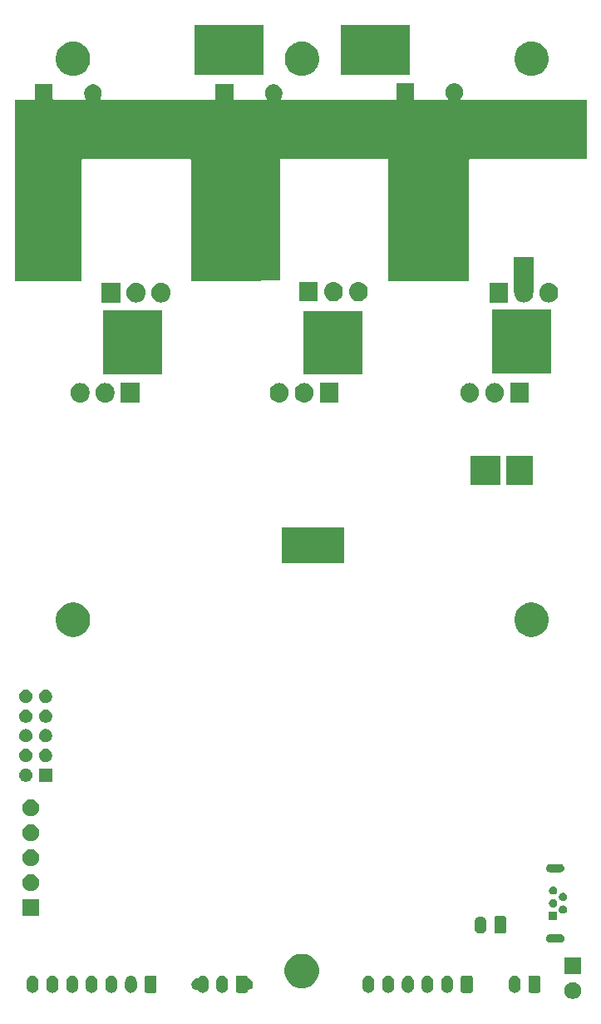
<source format=gbr>
G04 #@! TF.GenerationSoftware,KiCad,Pcbnew,(5.1.5-0-10_14)*
G04 #@! TF.CreationDate,2021-06-26T15:47:57+02:00*
G04 #@! TF.ProjectId,Cheap FOCer 2 60mm,43686561-7020-4464-9f43-657220322036,1.0*
G04 #@! TF.SameCoordinates,PX6979f40PYa1135a0*
G04 #@! TF.FileFunction,Soldermask,Bot*
G04 #@! TF.FilePolarity,Negative*
%FSLAX46Y46*%
G04 Gerber Fmt 4.6, Leading zero omitted, Abs format (unit mm)*
G04 Created by KiCad (PCBNEW (5.1.5-0-10_14)) date 2021-06-26 15:47:57*
%MOMM*%
%LPD*%
G04 APERTURE LIST*
%ADD10C,0.150000*%
G04 APERTURE END LIST*
D10*
G36*
X57347935Y2277336D02*
G01*
X57502624Y2213261D01*
X57502626Y2213260D01*
X57641844Y2120238D01*
X57760238Y2001844D01*
X57828842Y1899170D01*
X57853261Y1862624D01*
X57917336Y1707935D01*
X57950000Y1543719D01*
X57950000Y1376281D01*
X57917336Y1212065D01*
X57853261Y1057376D01*
X57853260Y1057374D01*
X57760238Y918156D01*
X57641844Y799762D01*
X57502626Y706740D01*
X57502625Y706739D01*
X57502624Y706739D01*
X57347935Y642664D01*
X57183719Y610000D01*
X57016281Y610000D01*
X56852065Y642664D01*
X56697376Y706739D01*
X56697375Y706739D01*
X56697374Y706740D01*
X56558156Y799762D01*
X56439762Y918156D01*
X56346740Y1057374D01*
X56346739Y1057376D01*
X56282664Y1212065D01*
X56250000Y1376281D01*
X56250000Y1543719D01*
X56282664Y1707935D01*
X56346739Y1862624D01*
X56371158Y1899170D01*
X56439762Y2001844D01*
X56558156Y2120238D01*
X56697374Y2213260D01*
X56697376Y2213261D01*
X56852065Y2277336D01*
X57016281Y2310000D01*
X57183719Y2310000D01*
X57347935Y2277336D01*
G37*
G36*
X51317621Y2966318D02*
G01*
X51430721Y2932010D01*
X51534955Y2876296D01*
X51626317Y2801317D01*
X51701296Y2709955D01*
X51757010Y2605721D01*
X51791318Y2492621D01*
X51800000Y2404474D01*
X51800000Y1795526D01*
X51791318Y1707379D01*
X51757010Y1594279D01*
X51701296Y1490045D01*
X51626317Y1398683D01*
X51534954Y1323704D01*
X51430720Y1267990D01*
X51317620Y1233682D01*
X51200000Y1222097D01*
X51082379Y1233682D01*
X50969279Y1267990D01*
X50865045Y1323704D01*
X50773683Y1398683D01*
X50698704Y1490046D01*
X50642990Y1594280D01*
X50608682Y1707380D01*
X50600000Y1795527D01*
X50600000Y2404474D01*
X50608682Y2492621D01*
X50642990Y2605721D01*
X50698705Y2709955D01*
X50773684Y2801317D01*
X50865046Y2876296D01*
X50969280Y2932010D01*
X51082380Y2966318D01*
X51200000Y2977903D01*
X51317621Y2966318D01*
G37*
G36*
X21517621Y2966318D02*
G01*
X21630721Y2932010D01*
X21734955Y2876296D01*
X21826317Y2801317D01*
X21901296Y2709955D01*
X21957010Y2605721D01*
X21991318Y2492621D01*
X22000000Y2404474D01*
X22000000Y1795526D01*
X21991318Y1707379D01*
X21957010Y1594279D01*
X21901296Y1490045D01*
X21826317Y1398683D01*
X21734954Y1323704D01*
X21630720Y1267990D01*
X21517620Y1233682D01*
X21400000Y1222097D01*
X21282379Y1233682D01*
X21169279Y1267990D01*
X21065045Y1323704D01*
X20973683Y1398683D01*
X20898704Y1490046D01*
X20842990Y1594280D01*
X20808682Y1707380D01*
X20800000Y1795527D01*
X20800000Y2404474D01*
X20808682Y2492621D01*
X20842990Y2605721D01*
X20898705Y2709955D01*
X20973684Y2801317D01*
X21065046Y2876296D01*
X21169280Y2932010D01*
X21282380Y2966318D01*
X21400000Y2977903D01*
X21517621Y2966318D01*
G37*
G36*
X19517621Y2966318D02*
G01*
X19630721Y2932010D01*
X19734955Y2876296D01*
X19826317Y2801317D01*
X19901296Y2709955D01*
X19957010Y2605721D01*
X19991318Y2492621D01*
X20000000Y2404474D01*
X20000000Y1795526D01*
X19991318Y1707379D01*
X19957010Y1594279D01*
X19901296Y1490045D01*
X19826317Y1398683D01*
X19734954Y1323704D01*
X19630720Y1267990D01*
X19517620Y1233682D01*
X19400000Y1222097D01*
X19282379Y1233682D01*
X19169279Y1267990D01*
X19065045Y1323704D01*
X18973683Y1398683D01*
X18928034Y1454307D01*
X18910715Y1471626D01*
X18890341Y1485240D01*
X18867702Y1494617D01*
X18843669Y1499398D01*
X18831416Y1500000D01*
X18800904Y1500000D01*
X18684987Y1523057D01*
X18575794Y1568286D01*
X18477523Y1633949D01*
X18393949Y1717523D01*
X18328286Y1815794D01*
X18283057Y1924987D01*
X18260000Y2040904D01*
X18260000Y2159096D01*
X18283057Y2275013D01*
X18328286Y2384206D01*
X18393949Y2482477D01*
X18477523Y2566051D01*
X18575794Y2631714D01*
X18684987Y2676943D01*
X18800904Y2700000D01*
X18831416Y2700000D01*
X18855802Y2702402D01*
X18879251Y2709515D01*
X18900862Y2721066D01*
X18919804Y2736611D01*
X18928032Y2745690D01*
X18973684Y2801317D01*
X19065046Y2876296D01*
X19169280Y2932010D01*
X19282380Y2966318D01*
X19400000Y2977903D01*
X19517621Y2966318D01*
G37*
G36*
X2217621Y2966318D02*
G01*
X2330721Y2932010D01*
X2434955Y2876296D01*
X2526317Y2801317D01*
X2601296Y2709955D01*
X2657010Y2605721D01*
X2691318Y2492621D01*
X2700000Y2404474D01*
X2700000Y1795526D01*
X2691318Y1707379D01*
X2657010Y1594279D01*
X2601296Y1490045D01*
X2526317Y1398683D01*
X2434954Y1323704D01*
X2330720Y1267990D01*
X2217620Y1233682D01*
X2100000Y1222097D01*
X1982379Y1233682D01*
X1869279Y1267990D01*
X1765045Y1323704D01*
X1673683Y1398683D01*
X1598704Y1490046D01*
X1542990Y1594280D01*
X1508682Y1707380D01*
X1500000Y1795527D01*
X1500000Y2404474D01*
X1508682Y2492621D01*
X1542990Y2605721D01*
X1598705Y2709955D01*
X1673684Y2801317D01*
X1765046Y2876296D01*
X1869280Y2932010D01*
X1982380Y2966318D01*
X2100000Y2977903D01*
X2217621Y2966318D01*
G37*
G36*
X4217621Y2966318D02*
G01*
X4330721Y2932010D01*
X4434955Y2876296D01*
X4526317Y2801317D01*
X4601296Y2709955D01*
X4657010Y2605721D01*
X4691318Y2492621D01*
X4700000Y2404474D01*
X4700000Y1795526D01*
X4691318Y1707379D01*
X4657010Y1594279D01*
X4601296Y1490045D01*
X4526317Y1398683D01*
X4434954Y1323704D01*
X4330720Y1267990D01*
X4217620Y1233682D01*
X4100000Y1222097D01*
X3982379Y1233682D01*
X3869279Y1267990D01*
X3765045Y1323704D01*
X3673683Y1398683D01*
X3598704Y1490046D01*
X3542990Y1594280D01*
X3508682Y1707380D01*
X3500000Y1795527D01*
X3500000Y2404474D01*
X3508682Y2492621D01*
X3542990Y2605721D01*
X3598705Y2709955D01*
X3673684Y2801317D01*
X3765046Y2876296D01*
X3869280Y2932010D01*
X3982380Y2966318D01*
X4100000Y2977903D01*
X4217621Y2966318D01*
G37*
G36*
X6217621Y2966318D02*
G01*
X6330721Y2932010D01*
X6434955Y2876296D01*
X6526317Y2801317D01*
X6601296Y2709955D01*
X6657010Y2605721D01*
X6691318Y2492621D01*
X6700000Y2404474D01*
X6700000Y1795526D01*
X6691318Y1707379D01*
X6657010Y1594279D01*
X6601296Y1490045D01*
X6526317Y1398683D01*
X6434954Y1323704D01*
X6330720Y1267990D01*
X6217620Y1233682D01*
X6100000Y1222097D01*
X5982379Y1233682D01*
X5869279Y1267990D01*
X5765045Y1323704D01*
X5673683Y1398683D01*
X5598704Y1490046D01*
X5542990Y1594280D01*
X5508682Y1707380D01*
X5500000Y1795527D01*
X5500000Y2404474D01*
X5508682Y2492621D01*
X5542990Y2605721D01*
X5598705Y2709955D01*
X5673684Y2801317D01*
X5765046Y2876296D01*
X5869280Y2932010D01*
X5982380Y2966318D01*
X6100000Y2977903D01*
X6217621Y2966318D01*
G37*
G36*
X8217621Y2966318D02*
G01*
X8330721Y2932010D01*
X8434955Y2876296D01*
X8526317Y2801317D01*
X8601296Y2709955D01*
X8657010Y2605721D01*
X8691318Y2492621D01*
X8700000Y2404474D01*
X8700000Y1795526D01*
X8691318Y1707379D01*
X8657010Y1594279D01*
X8601296Y1490045D01*
X8526317Y1398683D01*
X8434954Y1323704D01*
X8330720Y1267990D01*
X8217620Y1233682D01*
X8100000Y1222097D01*
X7982379Y1233682D01*
X7869279Y1267990D01*
X7765045Y1323704D01*
X7673683Y1398683D01*
X7598704Y1490046D01*
X7542990Y1594280D01*
X7508682Y1707380D01*
X7500000Y1795527D01*
X7500000Y2404474D01*
X7508682Y2492621D01*
X7542990Y2605721D01*
X7598705Y2709955D01*
X7673684Y2801317D01*
X7765046Y2876296D01*
X7869280Y2932010D01*
X7982380Y2966318D01*
X8100000Y2977903D01*
X8217621Y2966318D01*
G37*
G36*
X10217621Y2966318D02*
G01*
X10330721Y2932010D01*
X10434955Y2876296D01*
X10526317Y2801317D01*
X10601296Y2709955D01*
X10657010Y2605721D01*
X10691318Y2492621D01*
X10700000Y2404474D01*
X10700000Y1795526D01*
X10691318Y1707379D01*
X10657010Y1594279D01*
X10601296Y1490045D01*
X10526317Y1398683D01*
X10434954Y1323704D01*
X10330720Y1267990D01*
X10217620Y1233682D01*
X10100000Y1222097D01*
X9982379Y1233682D01*
X9869279Y1267990D01*
X9765045Y1323704D01*
X9673683Y1398683D01*
X9598704Y1490046D01*
X9542990Y1594280D01*
X9508682Y1707380D01*
X9500000Y1795527D01*
X9500000Y2404474D01*
X9508682Y2492621D01*
X9542990Y2605721D01*
X9598705Y2709955D01*
X9673684Y2801317D01*
X9765046Y2876296D01*
X9869280Y2932010D01*
X9982380Y2966318D01*
X10100000Y2977903D01*
X10217621Y2966318D01*
G37*
G36*
X12217621Y2966318D02*
G01*
X12330721Y2932010D01*
X12434955Y2876296D01*
X12526317Y2801317D01*
X12601296Y2709955D01*
X12657010Y2605721D01*
X12691318Y2492621D01*
X12700000Y2404474D01*
X12700000Y1795526D01*
X12691318Y1707379D01*
X12657010Y1594279D01*
X12601296Y1490045D01*
X12526317Y1398683D01*
X12434954Y1323704D01*
X12330720Y1267990D01*
X12217620Y1233682D01*
X12100000Y1222097D01*
X11982379Y1233682D01*
X11869279Y1267990D01*
X11765045Y1323704D01*
X11673683Y1398683D01*
X11598704Y1490046D01*
X11542990Y1594280D01*
X11508682Y1707380D01*
X11500000Y1795527D01*
X11500000Y2404474D01*
X11508682Y2492621D01*
X11542990Y2605721D01*
X11598705Y2709955D01*
X11673684Y2801317D01*
X11765046Y2876296D01*
X11869280Y2932010D01*
X11982380Y2966318D01*
X12100000Y2977903D01*
X12217621Y2966318D01*
G37*
G36*
X44417621Y2966318D02*
G01*
X44530721Y2932010D01*
X44634955Y2876296D01*
X44726317Y2801317D01*
X44801296Y2709955D01*
X44857010Y2605721D01*
X44891318Y2492621D01*
X44900000Y2404474D01*
X44900000Y1795526D01*
X44891318Y1707379D01*
X44857010Y1594279D01*
X44801296Y1490045D01*
X44726317Y1398683D01*
X44634954Y1323704D01*
X44530720Y1267990D01*
X44417620Y1233682D01*
X44300000Y1222097D01*
X44182379Y1233682D01*
X44069279Y1267990D01*
X43965045Y1323704D01*
X43873683Y1398683D01*
X43798704Y1490046D01*
X43742990Y1594280D01*
X43708682Y1707380D01*
X43700000Y1795527D01*
X43700000Y2404474D01*
X43708682Y2492621D01*
X43742990Y2605721D01*
X43798705Y2709955D01*
X43873684Y2801317D01*
X43965046Y2876296D01*
X44069280Y2932010D01*
X44182380Y2966318D01*
X44300000Y2977903D01*
X44417621Y2966318D01*
G37*
G36*
X42417621Y2966318D02*
G01*
X42530721Y2932010D01*
X42634955Y2876296D01*
X42726317Y2801317D01*
X42801296Y2709955D01*
X42857010Y2605721D01*
X42891318Y2492621D01*
X42900000Y2404474D01*
X42900000Y1795526D01*
X42891318Y1707379D01*
X42857010Y1594279D01*
X42801296Y1490045D01*
X42726317Y1398683D01*
X42634954Y1323704D01*
X42530720Y1267990D01*
X42417620Y1233682D01*
X42300000Y1222097D01*
X42182379Y1233682D01*
X42069279Y1267990D01*
X41965045Y1323704D01*
X41873683Y1398683D01*
X41798704Y1490046D01*
X41742990Y1594280D01*
X41708682Y1707380D01*
X41700000Y1795527D01*
X41700000Y2404474D01*
X41708682Y2492621D01*
X41742990Y2605721D01*
X41798705Y2709955D01*
X41873684Y2801317D01*
X41965046Y2876296D01*
X42069280Y2932010D01*
X42182380Y2966318D01*
X42300000Y2977903D01*
X42417621Y2966318D01*
G37*
G36*
X40417621Y2966318D02*
G01*
X40530721Y2932010D01*
X40634955Y2876296D01*
X40726317Y2801317D01*
X40801296Y2709955D01*
X40857010Y2605721D01*
X40891318Y2492621D01*
X40900000Y2404474D01*
X40900000Y1795526D01*
X40891318Y1707379D01*
X40857010Y1594279D01*
X40801296Y1490045D01*
X40726317Y1398683D01*
X40634954Y1323704D01*
X40530720Y1267990D01*
X40417620Y1233682D01*
X40300000Y1222097D01*
X40182379Y1233682D01*
X40069279Y1267990D01*
X39965045Y1323704D01*
X39873683Y1398683D01*
X39798704Y1490046D01*
X39742990Y1594280D01*
X39708682Y1707380D01*
X39700000Y1795527D01*
X39700000Y2404474D01*
X39708682Y2492621D01*
X39742990Y2605721D01*
X39798705Y2709955D01*
X39873684Y2801317D01*
X39965046Y2876296D01*
X40069280Y2932010D01*
X40182380Y2966318D01*
X40300000Y2977903D01*
X40417621Y2966318D01*
G37*
G36*
X38417621Y2966318D02*
G01*
X38530721Y2932010D01*
X38634955Y2876296D01*
X38726317Y2801317D01*
X38801296Y2709955D01*
X38857010Y2605721D01*
X38891318Y2492621D01*
X38900000Y2404474D01*
X38900000Y1795526D01*
X38891318Y1707379D01*
X38857010Y1594279D01*
X38801296Y1490045D01*
X38726317Y1398683D01*
X38634954Y1323704D01*
X38530720Y1267990D01*
X38417620Y1233682D01*
X38300000Y1222097D01*
X38182379Y1233682D01*
X38069279Y1267990D01*
X37965045Y1323704D01*
X37873683Y1398683D01*
X37798704Y1490046D01*
X37742990Y1594280D01*
X37708682Y1707380D01*
X37700000Y1795527D01*
X37700000Y2404474D01*
X37708682Y2492621D01*
X37742990Y2605721D01*
X37798705Y2709955D01*
X37873684Y2801317D01*
X37965046Y2876296D01*
X38069280Y2932010D01*
X38182380Y2966318D01*
X38300000Y2977903D01*
X38417621Y2966318D01*
G37*
G36*
X36417621Y2966318D02*
G01*
X36530721Y2932010D01*
X36634955Y2876296D01*
X36726317Y2801317D01*
X36801296Y2709955D01*
X36857010Y2605721D01*
X36891318Y2492621D01*
X36900000Y2404474D01*
X36900000Y1795526D01*
X36891318Y1707379D01*
X36857010Y1594279D01*
X36801296Y1490045D01*
X36726317Y1398683D01*
X36634954Y1323704D01*
X36530720Y1267990D01*
X36417620Y1233682D01*
X36300000Y1222097D01*
X36182379Y1233682D01*
X36069279Y1267990D01*
X35965045Y1323704D01*
X35873683Y1398683D01*
X35798704Y1490046D01*
X35742990Y1594280D01*
X35708682Y1707380D01*
X35700000Y1795527D01*
X35700000Y2404474D01*
X35708682Y2492621D01*
X35742990Y2605721D01*
X35798705Y2709955D01*
X35873684Y2801317D01*
X35965046Y2876296D01*
X36069280Y2932010D01*
X36182380Y2966318D01*
X36300000Y2977903D01*
X36417621Y2966318D01*
G37*
G36*
X23857345Y2971005D02*
G01*
X23890451Y2960962D01*
X23920964Y2944653D01*
X23947706Y2922706D01*
X23969653Y2895964D01*
X23985962Y2865451D01*
X23996005Y2832345D01*
X24000151Y2790243D01*
X24004931Y2766210D01*
X24014308Y2743571D01*
X24027922Y2723197D01*
X24045248Y2705869D01*
X24065623Y2692255D01*
X24088261Y2682878D01*
X24100162Y2679897D01*
X24115012Y2676943D01*
X24224206Y2631714D01*
X24322477Y2566051D01*
X24406051Y2482477D01*
X24471714Y2384206D01*
X24516943Y2275013D01*
X24540000Y2159096D01*
X24540000Y2040904D01*
X24516943Y1924987D01*
X24471714Y1815794D01*
X24406051Y1717523D01*
X24322477Y1633949D01*
X24224206Y1568286D01*
X24115012Y1523057D01*
X24100162Y1520103D01*
X24076713Y1512990D01*
X24055102Y1501439D01*
X24036160Y1485893D01*
X24020615Y1466951D01*
X24009064Y1445341D01*
X24001951Y1421892D01*
X24000151Y1409757D01*
X23996005Y1367655D01*
X23985962Y1334549D01*
X23969653Y1304036D01*
X23947706Y1277294D01*
X23920964Y1255347D01*
X23890451Y1239038D01*
X23857345Y1228995D01*
X23816779Y1225000D01*
X22983221Y1225000D01*
X22942655Y1228995D01*
X22909549Y1239038D01*
X22879036Y1255347D01*
X22852294Y1277294D01*
X22830347Y1304036D01*
X22814038Y1334549D01*
X22803995Y1367655D01*
X22800000Y1408221D01*
X22800000Y2791779D01*
X22803995Y2832345D01*
X22814038Y2865451D01*
X22830347Y2895964D01*
X22852294Y2922706D01*
X22879036Y2944653D01*
X22909549Y2960962D01*
X22942655Y2971005D01*
X22983221Y2975000D01*
X23816779Y2975000D01*
X23857345Y2971005D01*
G37*
G36*
X14557345Y2971005D02*
G01*
X14590451Y2960962D01*
X14620964Y2944653D01*
X14647706Y2922706D01*
X14669653Y2895964D01*
X14685962Y2865451D01*
X14696005Y2832345D01*
X14700000Y2791779D01*
X14700000Y1408221D01*
X14696005Y1367655D01*
X14685962Y1334549D01*
X14669653Y1304036D01*
X14647706Y1277294D01*
X14620964Y1255347D01*
X14590451Y1239038D01*
X14557345Y1228995D01*
X14516779Y1225000D01*
X13683221Y1225000D01*
X13642655Y1228995D01*
X13609549Y1239038D01*
X13579036Y1255347D01*
X13552294Y1277294D01*
X13530347Y1304036D01*
X13514038Y1334549D01*
X13503995Y1367655D01*
X13500000Y1408221D01*
X13500000Y2791779D01*
X13503995Y2832345D01*
X13514038Y2865451D01*
X13530347Y2895964D01*
X13552294Y2922706D01*
X13579036Y2944653D01*
X13609549Y2960962D01*
X13642655Y2971005D01*
X13683221Y2975000D01*
X14516779Y2975000D01*
X14557345Y2971005D01*
G37*
G36*
X46757345Y2971005D02*
G01*
X46790451Y2960962D01*
X46820964Y2944653D01*
X46847706Y2922706D01*
X46869653Y2895964D01*
X46885962Y2865451D01*
X46896005Y2832345D01*
X46900000Y2791779D01*
X46900000Y1408221D01*
X46896005Y1367655D01*
X46885962Y1334549D01*
X46869653Y1304036D01*
X46847706Y1277294D01*
X46820964Y1255347D01*
X46790451Y1239038D01*
X46757345Y1228995D01*
X46716779Y1225000D01*
X45883221Y1225000D01*
X45842655Y1228995D01*
X45809549Y1239038D01*
X45779036Y1255347D01*
X45752294Y1277294D01*
X45730347Y1304036D01*
X45714038Y1334549D01*
X45703995Y1367655D01*
X45700000Y1408221D01*
X45700000Y2791779D01*
X45703995Y2832345D01*
X45714038Y2865451D01*
X45730347Y2895964D01*
X45752294Y2922706D01*
X45779036Y2944653D01*
X45809549Y2960962D01*
X45842655Y2971005D01*
X45883221Y2975000D01*
X46716779Y2975000D01*
X46757345Y2971005D01*
G37*
G36*
X53657345Y2971005D02*
G01*
X53690451Y2960962D01*
X53720964Y2944653D01*
X53747706Y2922706D01*
X53769653Y2895964D01*
X53785962Y2865451D01*
X53796005Y2832345D01*
X53800000Y2791779D01*
X53800000Y1408221D01*
X53796005Y1367655D01*
X53785962Y1334549D01*
X53769653Y1304036D01*
X53747706Y1277294D01*
X53720964Y1255347D01*
X53690451Y1239038D01*
X53657345Y1228995D01*
X53616779Y1225000D01*
X52783221Y1225000D01*
X52742655Y1228995D01*
X52709549Y1239038D01*
X52679036Y1255347D01*
X52652294Y1277294D01*
X52630347Y1304036D01*
X52614038Y1334549D01*
X52603995Y1367655D01*
X52600000Y1408221D01*
X52600000Y2791779D01*
X52603995Y2832345D01*
X52614038Y2865451D01*
X52630347Y2895964D01*
X52652294Y2922706D01*
X52679036Y2944653D01*
X52709549Y2960962D01*
X52742655Y2971005D01*
X52783221Y2975000D01*
X53616779Y2975000D01*
X53657345Y2971005D01*
G37*
G36*
X29841408Y5166374D02*
G01*
X30010456Y5132749D01*
X30328936Y5000830D01*
X30615560Y4809314D01*
X30859314Y4565560D01*
X31050830Y4278936D01*
X31182749Y3960456D01*
X31250000Y3622360D01*
X31250000Y3277640D01*
X31182749Y2939544D01*
X31050830Y2621064D01*
X30859314Y2334440D01*
X30615560Y2090686D01*
X30328936Y1899170D01*
X30010456Y1767251D01*
X29841408Y1733626D01*
X29672361Y1700000D01*
X29327639Y1700000D01*
X29158592Y1733626D01*
X28989544Y1767251D01*
X28671064Y1899170D01*
X28384440Y2090686D01*
X28140686Y2334440D01*
X27949170Y2621064D01*
X27817251Y2939544D01*
X27750000Y3277640D01*
X27750000Y3622360D01*
X27817251Y3960456D01*
X27949170Y4278936D01*
X28140686Y4565560D01*
X28384440Y4809314D01*
X28671064Y5000830D01*
X28989544Y5132749D01*
X29158592Y5166374D01*
X29327639Y5200000D01*
X29672361Y5200000D01*
X29841408Y5166374D01*
G37*
G36*
X57950000Y3150000D02*
G01*
X56250000Y3150000D01*
X56250000Y4850000D01*
X57950000Y4850000D01*
X57950000Y3150000D01*
G37*
G36*
X55903316Y7193851D02*
G01*
X55983427Y7169549D01*
X56052492Y7132632D01*
X56057260Y7130084D01*
X56074117Y7116250D01*
X56121975Y7076975D01*
X56161250Y7029117D01*
X56175084Y7012260D01*
X56175085Y7012258D01*
X56214549Y6938427D01*
X56238851Y6858316D01*
X56247056Y6775000D01*
X56238851Y6691684D01*
X56214549Y6611573D01*
X56177632Y6542508D01*
X56175084Y6537740D01*
X56161250Y6520883D01*
X56121975Y6473025D01*
X56074117Y6433750D01*
X56057260Y6419916D01*
X56057258Y6419915D01*
X55983427Y6380451D01*
X55903316Y6356149D01*
X55840878Y6350000D01*
X54799122Y6350000D01*
X54736684Y6356149D01*
X54656573Y6380451D01*
X54582742Y6419915D01*
X54582740Y6419916D01*
X54565883Y6433750D01*
X54518025Y6473025D01*
X54478750Y6520883D01*
X54464916Y6537740D01*
X54462368Y6542508D01*
X54425451Y6611573D01*
X54401149Y6691684D01*
X54392944Y6775000D01*
X54401149Y6858316D01*
X54425451Y6938427D01*
X54464915Y7012258D01*
X54464916Y7012260D01*
X54478750Y7029117D01*
X54518025Y7076975D01*
X54565883Y7116250D01*
X54582740Y7130084D01*
X54587508Y7132632D01*
X54656573Y7169549D01*
X54736684Y7193851D01*
X54799122Y7200000D01*
X55840878Y7200000D01*
X55903316Y7193851D01*
G37*
G36*
X47817621Y9016318D02*
G01*
X47930721Y8982010D01*
X48034955Y8926296D01*
X48126317Y8851317D01*
X48201296Y8759955D01*
X48257010Y8655721D01*
X48291318Y8542621D01*
X48300000Y8454474D01*
X48300000Y7845526D01*
X48291318Y7757379D01*
X48257010Y7644279D01*
X48201296Y7540045D01*
X48126317Y7448683D01*
X48034954Y7373704D01*
X47930720Y7317990D01*
X47817620Y7283682D01*
X47700000Y7272097D01*
X47582379Y7283682D01*
X47469279Y7317990D01*
X47365045Y7373704D01*
X47273683Y7448683D01*
X47198704Y7540046D01*
X47142990Y7644280D01*
X47108682Y7757380D01*
X47100000Y7845527D01*
X47100000Y8454474D01*
X47108682Y8542621D01*
X47142990Y8655721D01*
X47198705Y8759955D01*
X47273684Y8851317D01*
X47365046Y8926296D01*
X47469280Y8982010D01*
X47582380Y9016318D01*
X47700000Y9027903D01*
X47817621Y9016318D01*
G37*
G36*
X50157345Y9021005D02*
G01*
X50190451Y9010962D01*
X50220964Y8994653D01*
X50247706Y8972706D01*
X50269653Y8945964D01*
X50285962Y8915451D01*
X50296005Y8882345D01*
X50300000Y8841779D01*
X50300000Y7458221D01*
X50296005Y7417655D01*
X50285962Y7384549D01*
X50269653Y7354036D01*
X50247706Y7327294D01*
X50220964Y7305347D01*
X50190451Y7289038D01*
X50157345Y7278995D01*
X50116779Y7275000D01*
X49283221Y7275000D01*
X49242655Y7278995D01*
X49209549Y7289038D01*
X49179036Y7305347D01*
X49152294Y7327294D01*
X49130347Y7354036D01*
X49114038Y7384549D01*
X49103995Y7417655D01*
X49100000Y7458221D01*
X49100000Y8841779D01*
X49103995Y8882345D01*
X49114038Y8915451D01*
X49130347Y8945964D01*
X49152294Y8972706D01*
X49179036Y8994653D01*
X49209549Y9010962D01*
X49242655Y9021005D01*
X49283221Y9025000D01*
X50116779Y9025000D01*
X50157345Y9021005D01*
G37*
G36*
X55541066Y9469431D02*
G01*
X55529515Y9447820D01*
X55522402Y9424371D01*
X55520000Y9399985D01*
X55520000Y8630000D01*
X54680000Y8630000D01*
X54680000Y9470000D01*
X55541533Y9470000D01*
X55541066Y9469431D01*
G37*
G36*
X2750000Y9050000D02*
G01*
X1050000Y9050000D01*
X1050000Y10750000D01*
X2750000Y10750000D01*
X2750000Y9050000D01*
G37*
G36*
X56222509Y10103860D02*
G01*
X56298943Y10072200D01*
X56298945Y10072199D01*
X56333573Y10049061D01*
X56367733Y10026236D01*
X56426236Y9967733D01*
X56472200Y9898943D01*
X56503860Y9822509D01*
X56520000Y9741368D01*
X56520000Y9658632D01*
X56503860Y9577491D01*
X56473385Y9503918D01*
X56472199Y9501055D01*
X56426235Y9432266D01*
X56367734Y9373765D01*
X56298945Y9327801D01*
X56298944Y9327800D01*
X56298943Y9327800D01*
X56222509Y9296140D01*
X56141368Y9280000D01*
X56058632Y9280000D01*
X55977491Y9296140D01*
X55901057Y9327800D01*
X55901056Y9327800D01*
X55901055Y9327801D01*
X55832266Y9373765D01*
X55773765Y9432266D01*
X55748931Y9469432D01*
X55733387Y9488373D01*
X55714445Y9503918D01*
X55692834Y9515469D01*
X55669385Y9522582D01*
X55666905Y9522826D01*
X55669143Y9525553D01*
X55680694Y9547164D01*
X55687807Y9570613D01*
X55690209Y9594999D01*
X55687807Y9619386D01*
X55680000Y9658634D01*
X55680000Y9741368D01*
X55696140Y9822509D01*
X55727800Y9898943D01*
X55773764Y9967733D01*
X55832267Y10026236D01*
X55866427Y10049061D01*
X55901055Y10072199D01*
X55901057Y10072200D01*
X55977491Y10103860D01*
X56058632Y10120000D01*
X56141368Y10120000D01*
X56222509Y10103860D01*
G37*
G36*
X55222509Y10753860D02*
G01*
X55298943Y10722200D01*
X55298945Y10722199D01*
X55333573Y10699061D01*
X55367733Y10676236D01*
X55426236Y10617733D01*
X55472200Y10548943D01*
X55503860Y10472509D01*
X55520000Y10391368D01*
X55520000Y10308632D01*
X55503860Y10227491D01*
X55472200Y10151057D01*
X55472199Y10151055D01*
X55426235Y10082266D01*
X55367734Y10023765D01*
X55298945Y9977801D01*
X55298944Y9977800D01*
X55298943Y9977800D01*
X55222509Y9946140D01*
X55141368Y9930000D01*
X55058632Y9930000D01*
X54977491Y9946140D01*
X54901057Y9977800D01*
X54901056Y9977800D01*
X54901055Y9977801D01*
X54832266Y10023765D01*
X54773765Y10082266D01*
X54727801Y10151055D01*
X54727800Y10151057D01*
X54696140Y10227491D01*
X54680000Y10308632D01*
X54680000Y10391368D01*
X54696140Y10472509D01*
X54727800Y10548943D01*
X54773764Y10617733D01*
X54832267Y10676236D01*
X54866427Y10699061D01*
X54901055Y10722199D01*
X54901057Y10722200D01*
X54977491Y10753860D01*
X55058632Y10770000D01*
X55141368Y10770000D01*
X55222509Y10753860D01*
G37*
G36*
X56222509Y11403860D02*
G01*
X56298943Y11372200D01*
X56298945Y11372199D01*
X56333573Y11349061D01*
X56367733Y11326236D01*
X56426236Y11267733D01*
X56472200Y11198943D01*
X56503860Y11122509D01*
X56520000Y11041368D01*
X56520000Y10958632D01*
X56503860Y10877491D01*
X56472200Y10801057D01*
X56472199Y10801055D01*
X56426235Y10732266D01*
X56367734Y10673765D01*
X56298945Y10627801D01*
X56298944Y10627800D01*
X56298943Y10627800D01*
X56222509Y10596140D01*
X56141368Y10580000D01*
X56058632Y10580000D01*
X55977491Y10596140D01*
X55901057Y10627800D01*
X55901056Y10627800D01*
X55901055Y10627801D01*
X55832266Y10673765D01*
X55773765Y10732266D01*
X55727801Y10801055D01*
X55727800Y10801057D01*
X55696140Y10877491D01*
X55680000Y10958632D01*
X55680000Y11041368D01*
X55696140Y11122509D01*
X55727800Y11198943D01*
X55773764Y11267733D01*
X55832267Y11326236D01*
X55866427Y11349061D01*
X55901055Y11372199D01*
X55901057Y11372200D01*
X55977491Y11403860D01*
X56058632Y11420000D01*
X56141368Y11420000D01*
X56222509Y11403860D01*
G37*
G36*
X55222509Y12053860D02*
G01*
X55298943Y12022200D01*
X55298945Y12022199D01*
X55333573Y11999061D01*
X55367733Y11976236D01*
X55426236Y11917733D01*
X55472200Y11848943D01*
X55503860Y11772509D01*
X55520000Y11691368D01*
X55520000Y11608632D01*
X55503860Y11527491D01*
X55472200Y11451057D01*
X55472199Y11451055D01*
X55426235Y11382266D01*
X55367734Y11323765D01*
X55298945Y11277801D01*
X55298944Y11277800D01*
X55298943Y11277800D01*
X55222509Y11246140D01*
X55141368Y11230000D01*
X55058632Y11230000D01*
X54977491Y11246140D01*
X54901057Y11277800D01*
X54901056Y11277800D01*
X54901055Y11277801D01*
X54832266Y11323765D01*
X54773765Y11382266D01*
X54727801Y11451055D01*
X54727800Y11451057D01*
X54696140Y11527491D01*
X54680000Y11608632D01*
X54680000Y11691368D01*
X54696140Y11772509D01*
X54727800Y11848943D01*
X54773764Y11917733D01*
X54832267Y11976236D01*
X54866427Y11999061D01*
X54901055Y12022199D01*
X54901057Y12022200D01*
X54977491Y12053860D01*
X55058632Y12070000D01*
X55141368Y12070000D01*
X55222509Y12053860D01*
G37*
G36*
X2147935Y13257336D02*
G01*
X2302624Y13193261D01*
X2302626Y13193260D01*
X2441844Y13100238D01*
X2560238Y12981844D01*
X2653260Y12842626D01*
X2653261Y12842624D01*
X2717336Y12687935D01*
X2750000Y12523719D01*
X2750000Y12356281D01*
X2717336Y12192065D01*
X2653261Y12037376D01*
X2653260Y12037374D01*
X2560238Y11898156D01*
X2441844Y11779762D01*
X2302626Y11686740D01*
X2302625Y11686739D01*
X2302624Y11686739D01*
X2147935Y11622664D01*
X1983719Y11590000D01*
X1816281Y11590000D01*
X1652065Y11622664D01*
X1497376Y11686739D01*
X1497375Y11686739D01*
X1497374Y11686740D01*
X1358156Y11779762D01*
X1239762Y11898156D01*
X1146740Y12037374D01*
X1146739Y12037376D01*
X1082664Y12192065D01*
X1050000Y12356281D01*
X1050000Y12523719D01*
X1082664Y12687935D01*
X1146739Y12842624D01*
X1146740Y12842626D01*
X1239762Y12981844D01*
X1358156Y13100238D01*
X1497374Y13193260D01*
X1497376Y13193261D01*
X1652065Y13257336D01*
X1816281Y13290000D01*
X1983719Y13290000D01*
X2147935Y13257336D01*
G37*
G36*
X55903316Y14343851D02*
G01*
X55983427Y14319549D01*
X56052492Y14282632D01*
X56057260Y14280084D01*
X56074117Y14266250D01*
X56121975Y14226975D01*
X56161250Y14179117D01*
X56175084Y14162260D01*
X56175085Y14162258D01*
X56214549Y14088427D01*
X56238851Y14008316D01*
X56247056Y13925000D01*
X56238851Y13841684D01*
X56214549Y13761573D01*
X56177632Y13692508D01*
X56175084Y13687740D01*
X56161250Y13670883D01*
X56121975Y13623025D01*
X56074117Y13583750D01*
X56057260Y13569916D01*
X56057258Y13569915D01*
X55983427Y13530451D01*
X55903316Y13506149D01*
X55840878Y13500000D01*
X54799122Y13500000D01*
X54736684Y13506149D01*
X54656573Y13530451D01*
X54582742Y13569915D01*
X54582740Y13569916D01*
X54565883Y13583750D01*
X54518025Y13623025D01*
X54478750Y13670883D01*
X54464916Y13687740D01*
X54462368Y13692508D01*
X54425451Y13761573D01*
X54401149Y13841684D01*
X54392944Y13925000D01*
X54401149Y14008316D01*
X54425451Y14088427D01*
X54464915Y14162258D01*
X54464916Y14162260D01*
X54478750Y14179117D01*
X54518025Y14226975D01*
X54565883Y14266250D01*
X54582740Y14280084D01*
X54587508Y14282632D01*
X54656573Y14319549D01*
X54736684Y14343851D01*
X54799122Y14350000D01*
X55840878Y14350000D01*
X55903316Y14343851D01*
G37*
G36*
X2147935Y15797336D02*
G01*
X2302624Y15733261D01*
X2302626Y15733260D01*
X2441844Y15640238D01*
X2560238Y15521844D01*
X2653260Y15382626D01*
X2653261Y15382624D01*
X2717336Y15227935D01*
X2750000Y15063719D01*
X2750000Y14896281D01*
X2717336Y14732065D01*
X2653261Y14577376D01*
X2653260Y14577374D01*
X2560238Y14438156D01*
X2441844Y14319762D01*
X2302626Y14226740D01*
X2302625Y14226739D01*
X2302624Y14226739D01*
X2147935Y14162664D01*
X1983719Y14130000D01*
X1816281Y14130000D01*
X1652065Y14162664D01*
X1497376Y14226739D01*
X1497375Y14226739D01*
X1497374Y14226740D01*
X1358156Y14319762D01*
X1239762Y14438156D01*
X1146740Y14577374D01*
X1146739Y14577376D01*
X1082664Y14732065D01*
X1050000Y14896281D01*
X1050000Y15063719D01*
X1082664Y15227935D01*
X1146739Y15382624D01*
X1146740Y15382626D01*
X1239762Y15521844D01*
X1358156Y15640238D01*
X1497374Y15733260D01*
X1497376Y15733261D01*
X1652065Y15797336D01*
X1816281Y15830000D01*
X1983719Y15830000D01*
X2147935Y15797336D01*
G37*
G36*
X2147935Y18337336D02*
G01*
X2302624Y18273261D01*
X2302626Y18273260D01*
X2441844Y18180238D01*
X2560238Y18061844D01*
X2653260Y17922626D01*
X2653261Y17922624D01*
X2717336Y17767935D01*
X2750000Y17603719D01*
X2750000Y17436281D01*
X2717336Y17272065D01*
X2653261Y17117376D01*
X2653260Y17117374D01*
X2560238Y16978156D01*
X2441844Y16859762D01*
X2302626Y16766740D01*
X2302625Y16766739D01*
X2302624Y16766739D01*
X2147935Y16702664D01*
X1983719Y16670000D01*
X1816281Y16670000D01*
X1652065Y16702664D01*
X1497376Y16766739D01*
X1497375Y16766739D01*
X1497374Y16766740D01*
X1358156Y16859762D01*
X1239762Y16978156D01*
X1146740Y17117374D01*
X1146739Y17117376D01*
X1082664Y17272065D01*
X1050000Y17436281D01*
X1050000Y17603719D01*
X1082664Y17767935D01*
X1146739Y17922624D01*
X1146740Y17922626D01*
X1239762Y18061844D01*
X1358156Y18180238D01*
X1497374Y18273260D01*
X1497376Y18273261D01*
X1652065Y18337336D01*
X1816281Y18370000D01*
X1983719Y18370000D01*
X2147935Y18337336D01*
G37*
G36*
X2147935Y20877336D02*
G01*
X2302624Y20813261D01*
X2302626Y20813260D01*
X2441844Y20720238D01*
X2560238Y20601844D01*
X2653260Y20462626D01*
X2653261Y20462624D01*
X2717336Y20307935D01*
X2750000Y20143719D01*
X2750000Y19976281D01*
X2717336Y19812065D01*
X2653261Y19657376D01*
X2653260Y19657374D01*
X2560238Y19518156D01*
X2441844Y19399762D01*
X2302626Y19306740D01*
X2302625Y19306739D01*
X2302624Y19306739D01*
X2147935Y19242664D01*
X1983719Y19210000D01*
X1816281Y19210000D01*
X1652065Y19242664D01*
X1497376Y19306739D01*
X1497375Y19306739D01*
X1497374Y19306740D01*
X1358156Y19399762D01*
X1239762Y19518156D01*
X1146740Y19657374D01*
X1146739Y19657376D01*
X1082664Y19812065D01*
X1050000Y19976281D01*
X1050000Y20143719D01*
X1082664Y20307935D01*
X1146739Y20462624D01*
X1146740Y20462626D01*
X1239762Y20601844D01*
X1358156Y20720238D01*
X1497374Y20813260D01*
X1497376Y20813261D01*
X1652065Y20877336D01*
X1816281Y20910000D01*
X1983719Y20910000D01*
X2147935Y20877336D01*
G37*
G36*
X1596889Y24049061D02*
G01*
X1719731Y23998178D01*
X1830287Y23924307D01*
X1924307Y23830287D01*
X1998178Y23719731D01*
X2049061Y23596889D01*
X2075000Y23466483D01*
X2075000Y23333517D01*
X2049061Y23203111D01*
X1998178Y23080269D01*
X1924307Y22969713D01*
X1830287Y22875693D01*
X1719731Y22801822D01*
X1596889Y22750939D01*
X1466483Y22725000D01*
X1333517Y22725000D01*
X1203111Y22750939D01*
X1080269Y22801822D01*
X969713Y22875693D01*
X875693Y22969713D01*
X801822Y23080269D01*
X750939Y23203111D01*
X725000Y23333517D01*
X725000Y23466483D01*
X750939Y23596889D01*
X801822Y23719731D01*
X875693Y23830287D01*
X969713Y23924307D01*
X1080269Y23998178D01*
X1203111Y24049061D01*
X1333517Y24075000D01*
X1466483Y24075000D01*
X1596889Y24049061D01*
G37*
G36*
X4075000Y22725000D02*
G01*
X2725000Y22725000D01*
X2725000Y24075000D01*
X4075000Y24075000D01*
X4075000Y22725000D01*
G37*
G36*
X1596889Y26049061D02*
G01*
X1719731Y25998178D01*
X1830287Y25924307D01*
X1924307Y25830287D01*
X1998178Y25719731D01*
X2049061Y25596889D01*
X2075000Y25466483D01*
X2075000Y25333517D01*
X2049061Y25203111D01*
X1998178Y25080269D01*
X1924307Y24969713D01*
X1830287Y24875693D01*
X1719731Y24801822D01*
X1596889Y24750939D01*
X1466483Y24725000D01*
X1333517Y24725000D01*
X1203111Y24750939D01*
X1080269Y24801822D01*
X969713Y24875693D01*
X875693Y24969713D01*
X801822Y25080269D01*
X750939Y25203111D01*
X725000Y25333517D01*
X725000Y25466483D01*
X750939Y25596889D01*
X801822Y25719731D01*
X875693Y25830287D01*
X969713Y25924307D01*
X1080269Y25998178D01*
X1203111Y26049061D01*
X1333517Y26075000D01*
X1466483Y26075000D01*
X1596889Y26049061D01*
G37*
G36*
X3596889Y26049061D02*
G01*
X3719731Y25998178D01*
X3830287Y25924307D01*
X3924307Y25830287D01*
X3998178Y25719731D01*
X4049061Y25596889D01*
X4075000Y25466483D01*
X4075000Y25333517D01*
X4049061Y25203111D01*
X3998178Y25080269D01*
X3924307Y24969713D01*
X3830287Y24875693D01*
X3719731Y24801822D01*
X3596889Y24750939D01*
X3466483Y24725000D01*
X3333517Y24725000D01*
X3203111Y24750939D01*
X3080269Y24801822D01*
X2969713Y24875693D01*
X2875693Y24969713D01*
X2801822Y25080269D01*
X2750939Y25203111D01*
X2725000Y25333517D01*
X2725000Y25466483D01*
X2750939Y25596889D01*
X2801822Y25719731D01*
X2875693Y25830287D01*
X2969713Y25924307D01*
X3080269Y25998178D01*
X3203111Y26049061D01*
X3333517Y26075000D01*
X3466483Y26075000D01*
X3596889Y26049061D01*
G37*
G36*
X3596889Y28049061D02*
G01*
X3719731Y27998178D01*
X3830287Y27924307D01*
X3924307Y27830287D01*
X3998178Y27719731D01*
X4049061Y27596889D01*
X4075000Y27466483D01*
X4075000Y27333517D01*
X4049061Y27203111D01*
X3998178Y27080269D01*
X3924307Y26969713D01*
X3830287Y26875693D01*
X3719731Y26801822D01*
X3596889Y26750939D01*
X3466483Y26725000D01*
X3333517Y26725000D01*
X3203111Y26750939D01*
X3080269Y26801822D01*
X2969713Y26875693D01*
X2875693Y26969713D01*
X2801822Y27080269D01*
X2750939Y27203111D01*
X2725000Y27333517D01*
X2725000Y27466483D01*
X2750939Y27596889D01*
X2801822Y27719731D01*
X2875693Y27830287D01*
X2969713Y27924307D01*
X3080269Y27998178D01*
X3203111Y28049061D01*
X3333517Y28075000D01*
X3466483Y28075000D01*
X3596889Y28049061D01*
G37*
G36*
X1596889Y28049061D02*
G01*
X1719731Y27998178D01*
X1830287Y27924307D01*
X1924307Y27830287D01*
X1998178Y27719731D01*
X2049061Y27596889D01*
X2075000Y27466483D01*
X2075000Y27333517D01*
X2049061Y27203111D01*
X1998178Y27080269D01*
X1924307Y26969713D01*
X1830287Y26875693D01*
X1719731Y26801822D01*
X1596889Y26750939D01*
X1466483Y26725000D01*
X1333517Y26725000D01*
X1203111Y26750939D01*
X1080269Y26801822D01*
X969713Y26875693D01*
X875693Y26969713D01*
X801822Y27080269D01*
X750939Y27203111D01*
X725000Y27333517D01*
X725000Y27466483D01*
X750939Y27596889D01*
X801822Y27719731D01*
X875693Y27830287D01*
X969713Y27924307D01*
X1080269Y27998178D01*
X1203111Y28049061D01*
X1333517Y28075000D01*
X1466483Y28075000D01*
X1596889Y28049061D01*
G37*
G36*
X3596889Y30049061D02*
G01*
X3719731Y29998178D01*
X3830287Y29924307D01*
X3924307Y29830287D01*
X3998178Y29719731D01*
X4049061Y29596889D01*
X4075000Y29466483D01*
X4075000Y29333517D01*
X4049061Y29203111D01*
X3998178Y29080269D01*
X3924307Y28969713D01*
X3830287Y28875693D01*
X3719731Y28801822D01*
X3596889Y28750939D01*
X3466483Y28725000D01*
X3333517Y28725000D01*
X3203111Y28750939D01*
X3080269Y28801822D01*
X2969713Y28875693D01*
X2875693Y28969713D01*
X2801822Y29080269D01*
X2750939Y29203111D01*
X2725000Y29333517D01*
X2725000Y29466483D01*
X2750939Y29596889D01*
X2801822Y29719731D01*
X2875693Y29830287D01*
X2969713Y29924307D01*
X3080269Y29998178D01*
X3203111Y30049061D01*
X3333517Y30075000D01*
X3466483Y30075000D01*
X3596889Y30049061D01*
G37*
G36*
X1596889Y30049061D02*
G01*
X1719731Y29998178D01*
X1830287Y29924307D01*
X1924307Y29830287D01*
X1998178Y29719731D01*
X2049061Y29596889D01*
X2075000Y29466483D01*
X2075000Y29333517D01*
X2049061Y29203111D01*
X1998178Y29080269D01*
X1924307Y28969713D01*
X1830287Y28875693D01*
X1719731Y28801822D01*
X1596889Y28750939D01*
X1466483Y28725000D01*
X1333517Y28725000D01*
X1203111Y28750939D01*
X1080269Y28801822D01*
X969713Y28875693D01*
X875693Y28969713D01*
X801822Y29080269D01*
X750939Y29203111D01*
X725000Y29333517D01*
X725000Y29466483D01*
X750939Y29596889D01*
X801822Y29719731D01*
X875693Y29830287D01*
X969713Y29924307D01*
X1080269Y29998178D01*
X1203111Y30049061D01*
X1333517Y30075000D01*
X1466483Y30075000D01*
X1596889Y30049061D01*
G37*
G36*
X3596889Y32049061D02*
G01*
X3719731Y31998178D01*
X3830287Y31924307D01*
X3924307Y31830287D01*
X3998178Y31719731D01*
X4049061Y31596889D01*
X4075000Y31466483D01*
X4075000Y31333517D01*
X4049061Y31203111D01*
X3998178Y31080269D01*
X3924307Y30969713D01*
X3830287Y30875693D01*
X3719731Y30801822D01*
X3596889Y30750939D01*
X3466483Y30725000D01*
X3333517Y30725000D01*
X3203111Y30750939D01*
X3080269Y30801822D01*
X2969713Y30875693D01*
X2875693Y30969713D01*
X2801822Y31080269D01*
X2750939Y31203111D01*
X2725000Y31333517D01*
X2725000Y31466483D01*
X2750939Y31596889D01*
X2801822Y31719731D01*
X2875693Y31830287D01*
X2969713Y31924307D01*
X3080269Y31998178D01*
X3203111Y32049061D01*
X3333517Y32075000D01*
X3466483Y32075000D01*
X3596889Y32049061D01*
G37*
G36*
X1596889Y32049061D02*
G01*
X1719731Y31998178D01*
X1830287Y31924307D01*
X1924307Y31830287D01*
X1998178Y31719731D01*
X2049061Y31596889D01*
X2075000Y31466483D01*
X2075000Y31333517D01*
X2049061Y31203111D01*
X1998178Y31080269D01*
X1924307Y30969713D01*
X1830287Y30875693D01*
X1719731Y30801822D01*
X1596889Y30750939D01*
X1466483Y30725000D01*
X1333517Y30725000D01*
X1203111Y30750939D01*
X1080269Y30801822D01*
X969713Y30875693D01*
X875693Y30969713D01*
X801822Y31080269D01*
X750939Y31203111D01*
X725000Y31333517D01*
X725000Y31466483D01*
X750939Y31596889D01*
X801822Y31719731D01*
X875693Y31830287D01*
X969713Y31924307D01*
X1080269Y31998178D01*
X1203111Y32049061D01*
X1333517Y32075000D01*
X1466483Y32075000D01*
X1596889Y32049061D01*
G37*
G36*
X53241408Y40916375D02*
G01*
X53410456Y40882749D01*
X53728936Y40750830D01*
X54015560Y40559314D01*
X54259314Y40315560D01*
X54450830Y40028936D01*
X54582749Y39710456D01*
X54650000Y39372360D01*
X54650000Y39027640D01*
X54582749Y38689544D01*
X54450830Y38371064D01*
X54259314Y38084440D01*
X54015560Y37840686D01*
X53728936Y37649170D01*
X53410456Y37517251D01*
X53241408Y37483626D01*
X53072361Y37450000D01*
X52727639Y37450000D01*
X52558592Y37483626D01*
X52389544Y37517251D01*
X52071064Y37649170D01*
X51784440Y37840686D01*
X51540686Y38084440D01*
X51349170Y38371064D01*
X51217251Y38689544D01*
X51150000Y39027640D01*
X51150000Y39372360D01*
X51217251Y39710456D01*
X51349170Y40028936D01*
X51540686Y40315560D01*
X51784440Y40559314D01*
X52071064Y40750830D01*
X52389544Y40882749D01*
X52558592Y40916375D01*
X52727639Y40950000D01*
X53072361Y40950000D01*
X53241408Y40916375D01*
G37*
G36*
X6541408Y40916375D02*
G01*
X6710456Y40882749D01*
X7028936Y40750830D01*
X7315560Y40559314D01*
X7559314Y40315560D01*
X7750830Y40028936D01*
X7882749Y39710456D01*
X7950000Y39372360D01*
X7950000Y39027640D01*
X7882749Y38689544D01*
X7750830Y38371064D01*
X7559314Y38084440D01*
X7315560Y37840686D01*
X7028936Y37649170D01*
X6710456Y37517251D01*
X6541408Y37483626D01*
X6372361Y37450000D01*
X6027639Y37450000D01*
X5858592Y37483626D01*
X5689544Y37517251D01*
X5371064Y37649170D01*
X5084440Y37840686D01*
X4840686Y38084440D01*
X4649170Y38371064D01*
X4517251Y38689544D01*
X4450000Y39027640D01*
X4450000Y39372360D01*
X4517251Y39710456D01*
X4649170Y40028936D01*
X4840686Y40315560D01*
X5084440Y40559314D01*
X5371064Y40750830D01*
X5689544Y40882749D01*
X5858592Y40916375D01*
X6027639Y40950000D01*
X6372361Y40950000D01*
X6541408Y40916375D01*
G37*
G36*
X33800000Y45000000D02*
G01*
X27500000Y45000000D01*
X27500000Y48600000D01*
X33800000Y48600000D01*
X33800000Y45000000D01*
G37*
G36*
X49700001Y52899999D02*
G01*
X46700000Y52899999D01*
X46700000Y55900000D01*
X49700000Y55900000D01*
X49700001Y52899999D01*
G37*
G36*
X53000000Y52900000D02*
G01*
X50299999Y52900000D01*
X50300001Y55899999D01*
X51650001Y55899999D01*
X52993859Y55900000D01*
X53000000Y55900000D01*
X53000000Y52900000D01*
G37*
G36*
X49326724Y63286218D02*
G01*
X49506269Y63231753D01*
X49671741Y63143307D01*
X49816778Y63024278D01*
X49935804Y62879244D01*
X50024254Y62713764D01*
X50078718Y62534223D01*
X50092500Y62394288D01*
X50092500Y62205711D01*
X50078718Y62065776D01*
X50024253Y61886231D01*
X49935807Y61720759D01*
X49816778Y61575722D01*
X49671744Y61456696D01*
X49671742Y61456695D01*
X49671741Y61456694D01*
X49506268Y61368248D01*
X49506264Y61368246D01*
X49326723Y61313782D01*
X49140000Y61295392D01*
X48953276Y61313782D01*
X48773731Y61368247D01*
X48608259Y61456693D01*
X48463222Y61575722D01*
X48344196Y61720756D01*
X48255746Y61886236D01*
X48201282Y62065777D01*
X48187500Y62205712D01*
X48187500Y62394289D01*
X48201282Y62534224D01*
X48255747Y62713769D01*
X48344193Y62879241D01*
X48409569Y62958902D01*
X48463222Y63024278D01*
X48608259Y63143306D01*
X48618943Y63149017D01*
X48773732Y63231753D01*
X48953277Y63286218D01*
X49140000Y63304608D01*
X49326724Y63286218D01*
G37*
G36*
X27386724Y63286218D02*
G01*
X27566269Y63231753D01*
X27731741Y63143307D01*
X27876778Y63024278D01*
X27995804Y62879244D01*
X28084254Y62713764D01*
X28138718Y62534223D01*
X28152500Y62394288D01*
X28152500Y62205711D01*
X28138718Y62065776D01*
X28084253Y61886231D01*
X27995807Y61720759D01*
X27876778Y61575722D01*
X27731744Y61456696D01*
X27731742Y61456695D01*
X27731741Y61456694D01*
X27566268Y61368248D01*
X27566264Y61368246D01*
X27386723Y61313782D01*
X27200000Y61295392D01*
X27013276Y61313782D01*
X26833731Y61368247D01*
X26668259Y61456693D01*
X26523222Y61575722D01*
X26404196Y61720756D01*
X26315746Y61886236D01*
X26261282Y62065777D01*
X26247500Y62205712D01*
X26247500Y62394289D01*
X26261282Y62534224D01*
X26315747Y62713769D01*
X26404193Y62879241D01*
X26469569Y62958902D01*
X26523222Y63024278D01*
X26668259Y63143306D01*
X26678943Y63149017D01*
X26833732Y63231753D01*
X27013277Y63286218D01*
X27200000Y63304608D01*
X27386724Y63286218D01*
G37*
G36*
X9646724Y63286218D02*
G01*
X9826269Y63231753D01*
X9991741Y63143307D01*
X10136778Y63024278D01*
X10255804Y62879244D01*
X10344254Y62713764D01*
X10398718Y62534223D01*
X10412500Y62394288D01*
X10412500Y62205711D01*
X10398718Y62065776D01*
X10344253Y61886231D01*
X10255807Y61720759D01*
X10136778Y61575722D01*
X9991744Y61456696D01*
X9991742Y61456695D01*
X9991741Y61456694D01*
X9826268Y61368248D01*
X9826264Y61368246D01*
X9646723Y61313782D01*
X9460000Y61295392D01*
X9273276Y61313782D01*
X9093731Y61368247D01*
X8928259Y61456693D01*
X8783222Y61575722D01*
X8664196Y61720756D01*
X8575746Y61886236D01*
X8521282Y62065777D01*
X8507500Y62205712D01*
X8507500Y62394289D01*
X8521282Y62534224D01*
X8575747Y62713769D01*
X8664193Y62879241D01*
X8729569Y62958902D01*
X8783222Y63024278D01*
X8928259Y63143306D01*
X8938943Y63149017D01*
X9093732Y63231753D01*
X9273277Y63286218D01*
X9460000Y63304608D01*
X9646724Y63286218D01*
G37*
G36*
X7106724Y63286218D02*
G01*
X7286269Y63231753D01*
X7451741Y63143307D01*
X7596778Y63024278D01*
X7715804Y62879244D01*
X7804254Y62713764D01*
X7858718Y62534223D01*
X7872500Y62394288D01*
X7872500Y62205711D01*
X7858718Y62065776D01*
X7804253Y61886231D01*
X7715807Y61720759D01*
X7596778Y61575722D01*
X7451744Y61456696D01*
X7451742Y61456695D01*
X7451741Y61456694D01*
X7286268Y61368248D01*
X7286264Y61368246D01*
X7106723Y61313782D01*
X6920000Y61295392D01*
X6733276Y61313782D01*
X6553731Y61368247D01*
X6388259Y61456693D01*
X6243222Y61575722D01*
X6124196Y61720756D01*
X6035746Y61886236D01*
X5981282Y62065777D01*
X5967500Y62205712D01*
X5967500Y62394289D01*
X5981282Y62534224D01*
X6035747Y62713769D01*
X6124193Y62879241D01*
X6189569Y62958902D01*
X6243222Y63024278D01*
X6388259Y63143306D01*
X6398943Y63149017D01*
X6553732Y63231753D01*
X6733277Y63286218D01*
X6920000Y63304608D01*
X7106724Y63286218D01*
G37*
G36*
X46786724Y63286218D02*
G01*
X46966269Y63231753D01*
X47131741Y63143307D01*
X47276778Y63024278D01*
X47395804Y62879244D01*
X47484254Y62713764D01*
X47538718Y62534223D01*
X47552500Y62394288D01*
X47552500Y62205711D01*
X47538718Y62065776D01*
X47484253Y61886231D01*
X47395807Y61720759D01*
X47276778Y61575722D01*
X47131744Y61456696D01*
X47131742Y61456695D01*
X47131741Y61456694D01*
X46966268Y61368248D01*
X46966264Y61368246D01*
X46786723Y61313782D01*
X46600000Y61295392D01*
X46413276Y61313782D01*
X46233731Y61368247D01*
X46068259Y61456693D01*
X45923222Y61575722D01*
X45804196Y61720756D01*
X45715746Y61886236D01*
X45661282Y62065777D01*
X45647500Y62205712D01*
X45647500Y62394289D01*
X45661282Y62534224D01*
X45715747Y62713769D01*
X45804193Y62879241D01*
X45869569Y62958902D01*
X45923222Y63024278D01*
X46068259Y63143306D01*
X46078943Y63149017D01*
X46233732Y63231753D01*
X46413277Y63286218D01*
X46600000Y63304608D01*
X46786724Y63286218D01*
G37*
G36*
X29926724Y63286218D02*
G01*
X30106269Y63231753D01*
X30271741Y63143307D01*
X30416778Y63024278D01*
X30535804Y62879244D01*
X30624254Y62713764D01*
X30678718Y62534223D01*
X30692500Y62394288D01*
X30692500Y62205711D01*
X30678718Y62065776D01*
X30624253Y61886231D01*
X30535807Y61720759D01*
X30416778Y61575722D01*
X30271744Y61456696D01*
X30271742Y61456695D01*
X30271741Y61456694D01*
X30106268Y61368248D01*
X30106264Y61368246D01*
X29926723Y61313782D01*
X29740000Y61295392D01*
X29553276Y61313782D01*
X29373731Y61368247D01*
X29208259Y61456693D01*
X29063222Y61575722D01*
X28944196Y61720756D01*
X28855746Y61886236D01*
X28801282Y62065777D01*
X28787500Y62205712D01*
X28787500Y62394289D01*
X28801282Y62534224D01*
X28855747Y62713769D01*
X28944193Y62879241D01*
X29009569Y62958902D01*
X29063222Y63024278D01*
X29208259Y63143306D01*
X29218943Y63149017D01*
X29373732Y63231753D01*
X29553277Y63286218D01*
X29740000Y63304608D01*
X29926724Y63286218D01*
G37*
G36*
X52632500Y61300000D02*
G01*
X50727500Y61300000D01*
X50727500Y63300000D01*
X52632500Y63300000D01*
X52632500Y61300000D01*
G37*
G36*
X12952500Y61300000D02*
G01*
X11047500Y61300000D01*
X11047500Y63300000D01*
X12952500Y63300000D01*
X12952500Y61300000D01*
G37*
G36*
X33232500Y61300000D02*
G01*
X31327500Y61300000D01*
X31327500Y63300000D01*
X33232500Y63300000D01*
X33232500Y61300000D01*
G37*
G36*
X35675000Y64150000D02*
G01*
X29675000Y64150000D01*
X29675000Y70650000D01*
X35675000Y70650000D01*
X35675000Y64150000D01*
G37*
G36*
X15300000Y64200000D02*
G01*
X9300000Y64200000D01*
X9300000Y70700000D01*
X15300000Y70700000D01*
X15300000Y64200000D01*
G37*
G36*
X54875000Y64250000D02*
G01*
X48875000Y64250000D01*
X48875000Y70750000D01*
X54875000Y70750000D01*
X54875000Y64250000D01*
G37*
G36*
X12801723Y73486218D02*
G01*
X12981264Y73431754D01*
X12981267Y73431752D01*
X12981268Y73431752D01*
X13146741Y73343306D01*
X13146742Y73343305D01*
X13146744Y73343304D01*
X13291778Y73224278D01*
X13410807Y73079241D01*
X13499253Y72913769D01*
X13553718Y72734224D01*
X13567500Y72594289D01*
X13567500Y72405712D01*
X13553718Y72265777D01*
X13499254Y72086236D01*
X13410804Y71920756D01*
X13291778Y71775722D01*
X13146741Y71656693D01*
X12981269Y71568247D01*
X12801724Y71513782D01*
X12615000Y71495392D01*
X12428277Y71513782D01*
X12248732Y71568247D01*
X12083261Y71656693D01*
X12083259Y71656694D01*
X11938222Y71775722D01*
X11884569Y71841098D01*
X11819193Y71920759D01*
X11730747Y72086231D01*
X11676282Y72265776D01*
X11662500Y72405711D01*
X11662500Y72594288D01*
X11676282Y72734223D01*
X11730746Y72913764D01*
X11730749Y72913769D01*
X11819194Y73079241D01*
X11938222Y73224278D01*
X12083259Y73343307D01*
X12248731Y73431753D01*
X12428276Y73486218D01*
X12615000Y73504608D01*
X12801723Y73486218D01*
G37*
G36*
X15341723Y73486218D02*
G01*
X15521264Y73431754D01*
X15521267Y73431752D01*
X15521268Y73431752D01*
X15686741Y73343306D01*
X15686742Y73343305D01*
X15686744Y73343304D01*
X15831778Y73224278D01*
X15950807Y73079241D01*
X16039253Y72913769D01*
X16093718Y72734224D01*
X16107500Y72594289D01*
X16107500Y72405712D01*
X16093718Y72265777D01*
X16039254Y72086236D01*
X15950804Y71920756D01*
X15831778Y71775722D01*
X15686741Y71656693D01*
X15521269Y71568247D01*
X15341724Y71513782D01*
X15155000Y71495392D01*
X14968277Y71513782D01*
X14788732Y71568247D01*
X14623261Y71656693D01*
X14623259Y71656694D01*
X14478222Y71775722D01*
X14424569Y71841098D01*
X14359193Y71920759D01*
X14270747Y72086231D01*
X14216282Y72265776D01*
X14202500Y72405711D01*
X14202500Y72594288D01*
X14216282Y72734223D01*
X14270746Y72913764D01*
X14270749Y72913769D01*
X14359194Y73079241D01*
X14478222Y73224278D01*
X14623259Y73343307D01*
X14788731Y73431753D01*
X14968276Y73486218D01*
X15155000Y73504608D01*
X15341723Y73486218D01*
G37*
G36*
X53100000Y72500000D02*
G01*
X53099223Y72500000D01*
X53095872Y72495917D01*
X53082258Y72475543D01*
X53072882Y72452904D01*
X53067500Y72416621D01*
X53067500Y72405712D01*
X53053718Y72265777D01*
X52999254Y72086236D01*
X52910804Y71920756D01*
X52791778Y71775722D01*
X52646741Y71656693D01*
X52481269Y71568247D01*
X52301724Y71513782D01*
X52115000Y71495392D01*
X51928277Y71513782D01*
X51748732Y71568247D01*
X51583261Y71656693D01*
X51583259Y71656694D01*
X51438222Y71775722D01*
X51384569Y71841098D01*
X51319193Y71920759D01*
X51230747Y72086231D01*
X51176282Y72265776D01*
X51162648Y72404205D01*
X51157868Y72428239D01*
X51148490Y72450877D01*
X51134876Y72471252D01*
X51117549Y72488579D01*
X51103105Y72498230D01*
X51100949Y72500000D01*
X51100000Y72500000D01*
X51100000Y76100000D01*
X53100000Y76100000D01*
X53100000Y72500000D01*
G37*
G36*
X54841723Y73486218D02*
G01*
X55021264Y73431754D01*
X55021267Y73431752D01*
X55021268Y73431752D01*
X55186741Y73343306D01*
X55186742Y73343305D01*
X55186744Y73343304D01*
X55331778Y73224278D01*
X55450807Y73079241D01*
X55539253Y72913769D01*
X55593718Y72734224D01*
X55607500Y72594289D01*
X55607500Y72405712D01*
X55593718Y72265777D01*
X55539254Y72086236D01*
X55450804Y71920756D01*
X55331778Y71775722D01*
X55186741Y71656693D01*
X55021269Y71568247D01*
X54841724Y71513782D01*
X54655000Y71495392D01*
X54468277Y71513782D01*
X54288732Y71568247D01*
X54123261Y71656693D01*
X54123259Y71656694D01*
X53978222Y71775722D01*
X53924569Y71841098D01*
X53859193Y71920759D01*
X53770747Y72086231D01*
X53716282Y72265776D01*
X53702500Y72405711D01*
X53702500Y72594288D01*
X53716282Y72734223D01*
X53770746Y72913764D01*
X53770749Y72913769D01*
X53859194Y73079241D01*
X53978222Y73224278D01*
X54123259Y73343307D01*
X54288731Y73431753D01*
X54468276Y73486218D01*
X54655000Y73504608D01*
X54841723Y73486218D01*
G37*
G36*
X50527500Y71500000D02*
G01*
X48622500Y71500000D01*
X48622500Y73500000D01*
X50527500Y73500000D01*
X50527500Y71500000D01*
G37*
G36*
X11027500Y71500000D02*
G01*
X9122500Y71500000D01*
X9122500Y73500000D01*
X11027500Y73500000D01*
X11027500Y71500000D01*
G37*
G36*
X35461723Y73586218D02*
G01*
X35641264Y73531754D01*
X35641267Y73531752D01*
X35641268Y73531752D01*
X35806741Y73443306D01*
X35806742Y73443305D01*
X35806744Y73443304D01*
X35951778Y73324278D01*
X36070807Y73179241D01*
X36159253Y73013769D01*
X36213718Y72834224D01*
X36227500Y72694289D01*
X36227500Y72505712D01*
X36213718Y72365777D01*
X36159254Y72186236D01*
X36159252Y72186233D01*
X36159252Y72186232D01*
X36105802Y72086232D01*
X36070804Y72020756D01*
X35951778Y71875722D01*
X35806741Y71756693D01*
X35641269Y71668247D01*
X35461724Y71613782D01*
X35275000Y71595392D01*
X35088277Y71613782D01*
X34908732Y71668247D01*
X34743261Y71756693D01*
X34743259Y71756694D01*
X34598222Y71875722D01*
X34544569Y71941098D01*
X34479193Y72020759D01*
X34390747Y72186231D01*
X34336282Y72365776D01*
X34322500Y72505711D01*
X34322500Y72694288D01*
X34336282Y72834223D01*
X34390746Y73013764D01*
X34479196Y73179244D01*
X34598222Y73324278D01*
X34743259Y73443307D01*
X34908731Y73531753D01*
X35088276Y73586218D01*
X35275000Y73604608D01*
X35461723Y73586218D01*
G37*
G36*
X32921723Y73586218D02*
G01*
X33101264Y73531754D01*
X33101267Y73531752D01*
X33101268Y73531752D01*
X33266741Y73443306D01*
X33266742Y73443305D01*
X33266744Y73443304D01*
X33411778Y73324278D01*
X33530807Y73179241D01*
X33619253Y73013769D01*
X33673718Y72834224D01*
X33687500Y72694289D01*
X33687500Y72505712D01*
X33673718Y72365777D01*
X33619254Y72186236D01*
X33619252Y72186233D01*
X33619252Y72186232D01*
X33565802Y72086232D01*
X33530804Y72020756D01*
X33411778Y71875722D01*
X33266741Y71756693D01*
X33101269Y71668247D01*
X32921724Y71613782D01*
X32735000Y71595392D01*
X32548277Y71613782D01*
X32368732Y71668247D01*
X32203261Y71756693D01*
X32203259Y71756694D01*
X32058222Y71875722D01*
X32004569Y71941098D01*
X31939193Y72020759D01*
X31850747Y72186231D01*
X31796282Y72365776D01*
X31782500Y72505711D01*
X31782500Y72694288D01*
X31796282Y72834223D01*
X31850746Y73013764D01*
X31939196Y73179244D01*
X32058222Y73324278D01*
X32203259Y73443307D01*
X32368731Y73531753D01*
X32548276Y73586218D01*
X32735000Y73604608D01*
X32921723Y73586218D01*
G37*
G36*
X31147500Y71600000D02*
G01*
X29242500Y71600000D01*
X29242500Y73600000D01*
X31147500Y73600000D01*
X31147500Y71600000D01*
G37*
G36*
X40936600Y92245193D02*
G01*
X40939002Y92220807D01*
X40946115Y92197358D01*
X40957666Y92175747D01*
X40973211Y92156805D01*
X40992153Y92141260D01*
X41013764Y92129709D01*
X41037213Y92122596D01*
X41061599Y92120194D01*
X41577812Y92120194D01*
X41577811Y92119512D01*
X41586705Y92114759D01*
X41609344Y92105382D01*
X41645627Y92100000D01*
X44262033Y92100000D01*
X44286419Y92102402D01*
X44309868Y92109515D01*
X44331479Y92121066D01*
X44350421Y92136611D01*
X44365966Y92155553D01*
X44377517Y92177164D01*
X44384630Y92200613D01*
X44387032Y92224999D01*
X44384630Y92249385D01*
X44377517Y92272834D01*
X44365966Y92294445D01*
X44350426Y92313381D01*
X44337524Y92326283D01*
X44239030Y92473690D01*
X44171186Y92637480D01*
X44136600Y92811358D01*
X44136600Y92988642D01*
X44171186Y93162520D01*
X44239030Y93326310D01*
X44337524Y93473717D01*
X44462883Y93599076D01*
X44610290Y93697570D01*
X44616157Y93700000D01*
X44774080Y93765414D01*
X44947956Y93800000D01*
X45125244Y93800000D01*
X45299120Y93765414D01*
X45457044Y93700000D01*
X45462910Y93697570D01*
X45610317Y93599076D01*
X45735676Y93473717D01*
X45834170Y93326310D01*
X45902014Y93162520D01*
X45936600Y92988642D01*
X45936600Y92811358D01*
X45902014Y92637480D01*
X45834170Y92473690D01*
X45735676Y92326283D01*
X45722774Y92313381D01*
X45707234Y92294445D01*
X45695683Y92272834D01*
X45688570Y92249385D01*
X45686168Y92224999D01*
X45688570Y92200613D01*
X45695683Y92177164D01*
X45707234Y92155553D01*
X45722779Y92136611D01*
X45741721Y92121066D01*
X45763332Y92109515D01*
X45786781Y92102402D01*
X45811167Y92100000D01*
X58500000Y92100000D01*
X58500000Y86100000D01*
X46646304Y86100000D01*
X46621918Y86097598D01*
X46598469Y86090485D01*
X46576858Y86078934D01*
X46557916Y86063389D01*
X46542371Y86044447D01*
X46530820Y86022836D01*
X46523707Y85999387D01*
X46521305Y85975095D01*
X46512500Y73700000D01*
X38300000Y73700000D01*
X38300000Y85995195D01*
X38297598Y86019580D01*
X38290485Y86043029D01*
X38278934Y86064640D01*
X38263389Y86083582D01*
X38244447Y86099127D01*
X38222836Y86110678D01*
X38199387Y86117791D01*
X38175001Y86120193D01*
X27424999Y86120193D01*
X27400613Y86117791D01*
X27377164Y86110678D01*
X27355553Y86099127D01*
X27336611Y86083582D01*
X27321066Y86064640D01*
X27309515Y86043029D01*
X27302402Y86019580D01*
X27300000Y85995195D01*
X27300000Y73705305D01*
X23294677Y73700635D01*
X18206134Y73694701D01*
X18206132Y73694701D01*
X18200000Y73694694D01*
X18200000Y85995195D01*
X18197598Y86019581D01*
X18190485Y86043030D01*
X18178934Y86064641D01*
X18163389Y86083583D01*
X18144447Y86099128D01*
X18122836Y86110679D01*
X18099387Y86117792D01*
X18075004Y86120194D01*
X7224999Y86120194D01*
X7200613Y86117792D01*
X7177164Y86110679D01*
X7155553Y86099128D01*
X7136611Y86083583D01*
X7121066Y86064641D01*
X7109515Y86043030D01*
X7102402Y86019581D01*
X7100000Y85995195D01*
X7100000Y73698594D01*
X3727643Y73699989D01*
X306141Y73701403D01*
X306136Y73701403D01*
X300000Y73701406D01*
X300000Y92102811D01*
X1627582Y92102262D01*
X2211549Y92102021D01*
X2235936Y92104413D01*
X2259388Y92111516D01*
X2281004Y92123058D01*
X2299952Y92138596D01*
X2315505Y92157531D01*
X2327065Y92179137D01*
X2334188Y92202583D01*
X2336600Y92227020D01*
X2336600Y93700000D01*
X4136600Y93700000D01*
X4136600Y92226172D01*
X4139002Y92201786D01*
X4146115Y92178337D01*
X4157666Y92156726D01*
X4173211Y92137784D01*
X4192153Y92122239D01*
X4213764Y92110688D01*
X4237213Y92103575D01*
X4261543Y92101173D01*
X6232809Y92100358D01*
X6257191Y92102750D01*
X6280643Y92109853D01*
X6291781Y92115118D01*
X6300000Y92119512D01*
X6300000Y92120194D01*
X7001225Y92118414D01*
X7376062Y92117463D01*
X7400454Y92119803D01*
X7423921Y92126857D01*
X7445561Y92138353D01*
X7464542Y92153850D01*
X7480135Y92172753D01*
X7491741Y92194334D01*
X7498914Y92217765D01*
X7501378Y92242145D01*
X7499038Y92266537D01*
X7491984Y92290004D01*
X7480315Y92311903D01*
X7439030Y92373690D01*
X7371186Y92537480D01*
X7336600Y92711358D01*
X7336600Y92888642D01*
X7339127Y92901344D01*
X7371186Y93062520D01*
X7439029Y93226308D01*
X7447516Y93239010D01*
X7537524Y93373717D01*
X7662883Y93499076D01*
X7810290Y93597570D01*
X7813926Y93599076D01*
X7974080Y93665414D01*
X8147956Y93700000D01*
X8325244Y93700000D01*
X8499120Y93665414D01*
X8659275Y93599076D01*
X8662910Y93597570D01*
X8810317Y93499076D01*
X8935676Y93373717D01*
X9025684Y93239010D01*
X9034171Y93226308D01*
X9102014Y93062520D01*
X9136600Y92888644D01*
X9136600Y92711356D01*
X9102014Y92537480D01*
X9034171Y92373691D01*
X8989976Y92307549D01*
X8978425Y92285938D01*
X8971312Y92262489D01*
X8968910Y92238103D01*
X8971312Y92213717D01*
X8978425Y92190268D01*
X8989976Y92168657D01*
X9005521Y92149715D01*
X9024463Y92134170D01*
X9046074Y92122619D01*
X9069523Y92115506D01*
X9093592Y92113104D01*
X18151156Y92090115D01*
X18175548Y92092455D01*
X18188319Y92096294D01*
X18188449Y92095867D01*
X18200000Y92099371D01*
X18200000Y92100000D01*
X20611601Y92100000D01*
X20635987Y92102402D01*
X20659436Y92109515D01*
X20681047Y92121066D01*
X20699989Y92136611D01*
X20715534Y92155553D01*
X20727085Y92177164D01*
X20734198Y92200613D01*
X20736600Y92224999D01*
X20736600Y93712700D01*
X22536600Y93712700D01*
X22536600Y92224999D01*
X22539002Y92200613D01*
X22546115Y92177164D01*
X22557666Y92155553D01*
X22573211Y92136611D01*
X22592153Y92121066D01*
X22613764Y92109515D01*
X22637213Y92102402D01*
X22661599Y92100000D01*
X25796533Y92100000D01*
X25820919Y92102402D01*
X25844368Y92109515D01*
X25865979Y92121066D01*
X25884921Y92136611D01*
X25900466Y92155553D01*
X25912017Y92177164D01*
X25919130Y92200613D01*
X25921532Y92224999D01*
X25919130Y92249385D01*
X25912017Y92272834D01*
X25900466Y92294445D01*
X25888798Y92311908D01*
X25839030Y92386390D01*
X25776447Y92537480D01*
X25771186Y92550180D01*
X25736600Y92724056D01*
X25736600Y92901344D01*
X25771186Y93075220D01*
X25839029Y93239008D01*
X25897362Y93326310D01*
X25937524Y93386417D01*
X26062883Y93511776D01*
X26210290Y93610270D01*
X26374080Y93678114D01*
X26547956Y93712700D01*
X26725244Y93712700D01*
X26899120Y93678114D01*
X27062910Y93610270D01*
X27210317Y93511776D01*
X27335676Y93386417D01*
X27375838Y93326310D01*
X27434171Y93239008D01*
X27502014Y93075220D01*
X27536600Y92901344D01*
X27536600Y92724056D01*
X27502014Y92550180D01*
X27434171Y92386391D01*
X27366962Y92285806D01*
X27355411Y92264195D01*
X27348298Y92240746D01*
X27345896Y92216360D01*
X27348298Y92191974D01*
X27355411Y92168525D01*
X27366962Y92146914D01*
X27382507Y92127972D01*
X27401449Y92112427D01*
X27423060Y92100876D01*
X27446509Y92093763D01*
X27471424Y92091362D01*
X31171087Y92107115D01*
X32966143Y92114759D01*
X32994900Y92119087D01*
X33000000Y92119589D01*
X33000000Y92120194D01*
X39011601Y92120194D01*
X39035987Y92122596D01*
X39059436Y92129709D01*
X39081047Y92141260D01*
X39099989Y92156805D01*
X39115534Y92175747D01*
X39127085Y92197358D01*
X39134198Y92220807D01*
X39136600Y92245193D01*
X39136600Y93800000D01*
X40936600Y93800000D01*
X40936600Y92245193D01*
G37*
G36*
X29866408Y98016374D02*
G01*
X30035456Y97982749D01*
X30353936Y97850830D01*
X30640560Y97659314D01*
X30884314Y97415560D01*
X31075830Y97128936D01*
X31207749Y96810456D01*
X31275000Y96472360D01*
X31275000Y96127640D01*
X31207749Y95789544D01*
X31075830Y95471064D01*
X30884314Y95184440D01*
X30640560Y94940686D01*
X30353936Y94749170D01*
X30035456Y94617251D01*
X29866408Y94583626D01*
X29697361Y94550000D01*
X29352639Y94550000D01*
X29183592Y94583626D01*
X29014544Y94617251D01*
X28696064Y94749170D01*
X28409440Y94940686D01*
X28165686Y95184440D01*
X27974170Y95471064D01*
X27842251Y95789544D01*
X27775000Y96127640D01*
X27775000Y96472360D01*
X27842251Y96810456D01*
X27974170Y97128936D01*
X28165686Y97415560D01*
X28409440Y97659314D01*
X28696064Y97850830D01*
X29014544Y97982749D01*
X29183592Y98016374D01*
X29352639Y98050000D01*
X29697361Y98050000D01*
X29866408Y98016374D01*
G37*
G36*
X6541408Y98016374D02*
G01*
X6710456Y97982749D01*
X7028936Y97850830D01*
X7315560Y97659314D01*
X7559314Y97415560D01*
X7750830Y97128936D01*
X7882749Y96810456D01*
X7950000Y96472360D01*
X7950000Y96127640D01*
X7882749Y95789544D01*
X7750830Y95471064D01*
X7559314Y95184440D01*
X7315560Y94940686D01*
X7028936Y94749170D01*
X6710456Y94617251D01*
X6541408Y94583626D01*
X6372361Y94550000D01*
X6027639Y94550000D01*
X5858592Y94583626D01*
X5689544Y94617251D01*
X5371064Y94749170D01*
X5084440Y94940686D01*
X4840686Y95184440D01*
X4649170Y95471064D01*
X4517251Y95789544D01*
X4450000Y96127640D01*
X4450000Y96472360D01*
X4517251Y96810456D01*
X4649170Y97128936D01*
X4840686Y97415560D01*
X5084440Y97659314D01*
X5371064Y97850830D01*
X5689544Y97982749D01*
X5858592Y98016374D01*
X6027639Y98050000D01*
X6372361Y98050000D01*
X6541408Y98016374D01*
G37*
G36*
X53241408Y98016374D02*
G01*
X53410456Y97982749D01*
X53728936Y97850830D01*
X54015560Y97659314D01*
X54259314Y97415560D01*
X54450830Y97128936D01*
X54582749Y96810456D01*
X54650000Y96472360D01*
X54650000Y96127640D01*
X54582749Y95789544D01*
X54450830Y95471064D01*
X54259314Y95184440D01*
X54015560Y94940686D01*
X53728936Y94749170D01*
X53410456Y94617251D01*
X53241408Y94583626D01*
X53072361Y94550000D01*
X52727639Y94550000D01*
X52558592Y94583626D01*
X52389544Y94617251D01*
X52071064Y94749170D01*
X51784440Y94940686D01*
X51540686Y95184440D01*
X51349170Y95471064D01*
X51217251Y95789544D01*
X51150000Y96127640D01*
X51150000Y96472360D01*
X51217251Y96810456D01*
X51349170Y97128936D01*
X51540686Y97415560D01*
X51784440Y97659314D01*
X52071064Y97850830D01*
X52389544Y97982749D01*
X52558592Y98016374D01*
X52727639Y98050000D01*
X53072361Y98050000D01*
X53241408Y98016374D01*
G37*
G36*
X25600000Y94700000D02*
G01*
X18600000Y94700000D01*
X18600000Y99700000D01*
X25600000Y99700000D01*
X25600000Y94700000D01*
G37*
G36*
X40500000Y94700000D02*
G01*
X33500000Y94700000D01*
X33500000Y99700000D01*
X40500000Y99700000D01*
X40500000Y94700000D01*
G37*
M02*

</source>
